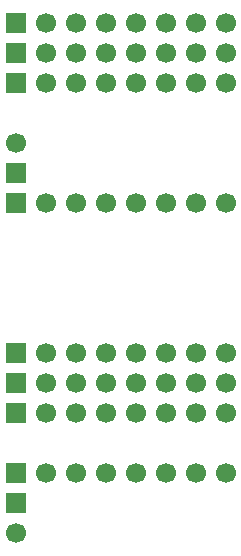
<source format=gbr>
%TF.SameCoordinates,Original*%
%TF.FileFunction,Soldermask,Bot*%
%TF.FilePolarity,Negative*%
%FSLAX46Y46*%
G04 Gerber Fmt 4.6, Leading zero omitted, Abs format (unit mm)*
%MOMM*%
%LPD*%
G01*
G04 APERTURE LIST*
%ADD10R,1.700000X1.700000*%
%ADD11C,1.700000*%
G04 APERTURE END LIST*
D10*
%TO.C,J9*%
X127000000Y-66040000D03*
D11*
X129540000Y-66040000D03*
X132080000Y-66040000D03*
X134620000Y-66040000D03*
X137160000Y-66040000D03*
X139700000Y-66040000D03*
X142240000Y-66040000D03*
X144780000Y-66040000D03*
%TD*%
D10*
%TO.C,J10*%
X127000000Y-68580000D03*
D11*
X129540000Y-68580000D03*
X132080000Y-68580000D03*
X134620000Y-68580000D03*
X137160000Y-68580000D03*
X139700000Y-68580000D03*
X142240000Y-68580000D03*
X144780000Y-68580000D03*
%TD*%
D10*
%TO.C,J2*%
X127000000Y-40640000D03*
D11*
X129540000Y-40640000D03*
X132080000Y-40640000D03*
X134620000Y-40640000D03*
X137160000Y-40640000D03*
X139700000Y-40640000D03*
X142240000Y-40640000D03*
X144780000Y-40640000D03*
%TD*%
D10*
%TO.C,J7*%
X127000000Y-63500000D03*
D11*
X129540000Y-63500000D03*
X132080000Y-63500000D03*
X134620000Y-63500000D03*
X137160000Y-63500000D03*
X139700000Y-63500000D03*
X142240000Y-63500000D03*
X144780000Y-63500000D03*
%TD*%
D10*
%TO.C,J5*%
X127000000Y-35560000D03*
D11*
X129540000Y-35560000D03*
X132080000Y-35560000D03*
X134620000Y-35560000D03*
X137160000Y-35560000D03*
X139700000Y-35560000D03*
X142240000Y-35560000D03*
X144780000Y-35560000D03*
%TD*%
D10*
%TO.C,J4*%
X127000000Y-38100000D03*
D11*
X129540000Y-38100000D03*
X132080000Y-38100000D03*
X134620000Y-38100000D03*
X137160000Y-38100000D03*
X139700000Y-38100000D03*
X142240000Y-38100000D03*
X144780000Y-38100000D03*
%TD*%
D10*
%TO.C,J6*%
X127000000Y-73660000D03*
D11*
X129540000Y-73660000D03*
X132080000Y-73660000D03*
X134620000Y-73660000D03*
X137160000Y-73660000D03*
X139700000Y-73660000D03*
X142240000Y-73660000D03*
X144780000Y-73660000D03*
%TD*%
D10*
%TO.C,J1*%
X127000000Y-50800000D03*
D11*
X129540000Y-50800000D03*
X132080000Y-50800000D03*
X134620000Y-50800000D03*
X137160000Y-50800000D03*
X139700000Y-50800000D03*
X142240000Y-50800000D03*
X144780000Y-50800000D03*
%TD*%
D10*
%TO.C,J8*%
X127000000Y-76200000D03*
D11*
X127000000Y-78740000D03*
%TD*%
D10*
%TO.C,J3*%
X127000000Y-48260000D03*
D11*
X127000000Y-45720000D03*
%TD*%
M02*

</source>
